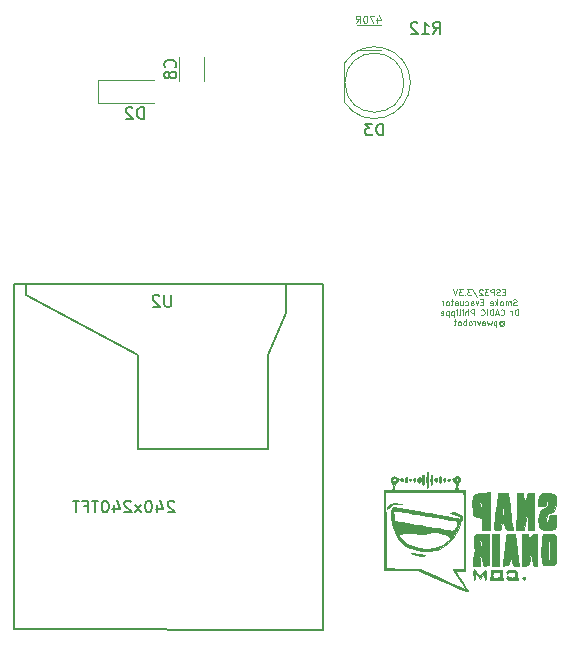
<source format=gbr>
G04 #@! TF.GenerationSoftware,KiCad,Pcbnew,(5.1.2)-1*
G04 #@! TF.CreationDate,2019-08-14T03:07:58+02:00*
G04 #@! TF.ProjectId,SmokESP8266,536d6f6b-4553-4503-9832-36362e6b6963,rev?*
G04 #@! TF.SameCoordinates,Original*
G04 #@! TF.FileFunction,Legend,Bot*
G04 #@! TF.FilePolarity,Positive*
%FSLAX46Y46*%
G04 Gerber Fmt 4.6, Leading zero omitted, Abs format (unit mm)*
G04 Created by KiCad (PCBNEW (5.1.2)-1) date 2019-08-14 03:07:58*
%MOMM*%
%LPD*%
G04 APERTURE LIST*
%ADD10C,0.100000*%
%ADD11C,0.010000*%
%ADD12C,0.120000*%
%ADD13C,0.150000*%
G04 APERTURE END LIST*
D10*
X126602857Y-94701285D02*
X126436190Y-94701285D01*
X126364761Y-94963190D02*
X126602857Y-94963190D01*
X126602857Y-94463190D01*
X126364761Y-94463190D01*
X126174285Y-94939380D02*
X126102857Y-94963190D01*
X125983809Y-94963190D01*
X125936190Y-94939380D01*
X125912380Y-94915571D01*
X125888571Y-94867952D01*
X125888571Y-94820333D01*
X125912380Y-94772714D01*
X125936190Y-94748904D01*
X125983809Y-94725095D01*
X126079047Y-94701285D01*
X126126666Y-94677476D01*
X126150476Y-94653666D01*
X126174285Y-94606047D01*
X126174285Y-94558428D01*
X126150476Y-94510809D01*
X126126666Y-94487000D01*
X126079047Y-94463190D01*
X125960000Y-94463190D01*
X125888571Y-94487000D01*
X125674285Y-94963190D02*
X125674285Y-94463190D01*
X125483809Y-94463190D01*
X125436190Y-94487000D01*
X125412380Y-94510809D01*
X125388571Y-94558428D01*
X125388571Y-94629857D01*
X125412380Y-94677476D01*
X125436190Y-94701285D01*
X125483809Y-94725095D01*
X125674285Y-94725095D01*
X125221904Y-94463190D02*
X124912380Y-94463190D01*
X125079047Y-94653666D01*
X125007619Y-94653666D01*
X124960000Y-94677476D01*
X124936190Y-94701285D01*
X124912380Y-94748904D01*
X124912380Y-94867952D01*
X124936190Y-94915571D01*
X124960000Y-94939380D01*
X125007619Y-94963190D01*
X125150476Y-94963190D01*
X125198095Y-94939380D01*
X125221904Y-94915571D01*
X124721904Y-94510809D02*
X124698095Y-94487000D01*
X124650476Y-94463190D01*
X124531428Y-94463190D01*
X124483809Y-94487000D01*
X124460000Y-94510809D01*
X124436190Y-94558428D01*
X124436190Y-94606047D01*
X124460000Y-94677476D01*
X124745714Y-94963190D01*
X124436190Y-94963190D01*
X123864761Y-94439380D02*
X124293333Y-95082238D01*
X123745714Y-94463190D02*
X123436190Y-94463190D01*
X123602857Y-94653666D01*
X123531428Y-94653666D01*
X123483809Y-94677476D01*
X123460000Y-94701285D01*
X123436190Y-94748904D01*
X123436190Y-94867952D01*
X123460000Y-94915571D01*
X123483809Y-94939380D01*
X123531428Y-94963190D01*
X123674285Y-94963190D01*
X123721904Y-94939380D01*
X123745714Y-94915571D01*
X123221904Y-94915571D02*
X123198095Y-94939380D01*
X123221904Y-94963190D01*
X123245714Y-94939380D01*
X123221904Y-94915571D01*
X123221904Y-94963190D01*
X123031428Y-94463190D02*
X122721904Y-94463190D01*
X122888571Y-94653666D01*
X122817142Y-94653666D01*
X122769523Y-94677476D01*
X122745714Y-94701285D01*
X122721904Y-94748904D01*
X122721904Y-94867952D01*
X122745714Y-94915571D01*
X122769523Y-94939380D01*
X122817142Y-94963190D01*
X122960000Y-94963190D01*
X123007619Y-94939380D01*
X123031428Y-94915571D01*
X122579047Y-94463190D02*
X122412380Y-94963190D01*
X122245714Y-94463190D01*
X127602857Y-95789380D02*
X127531428Y-95813190D01*
X127412380Y-95813190D01*
X127364761Y-95789380D01*
X127340952Y-95765571D01*
X127317142Y-95717952D01*
X127317142Y-95670333D01*
X127340952Y-95622714D01*
X127364761Y-95598904D01*
X127412380Y-95575095D01*
X127507619Y-95551285D01*
X127555238Y-95527476D01*
X127579047Y-95503666D01*
X127602857Y-95456047D01*
X127602857Y-95408428D01*
X127579047Y-95360809D01*
X127555238Y-95337000D01*
X127507619Y-95313190D01*
X127388571Y-95313190D01*
X127317142Y-95337000D01*
X127102857Y-95813190D02*
X127102857Y-95479857D01*
X127102857Y-95527476D02*
X127079047Y-95503666D01*
X127031428Y-95479857D01*
X126960000Y-95479857D01*
X126912380Y-95503666D01*
X126888571Y-95551285D01*
X126888571Y-95813190D01*
X126888571Y-95551285D02*
X126864761Y-95503666D01*
X126817142Y-95479857D01*
X126745714Y-95479857D01*
X126698095Y-95503666D01*
X126674285Y-95551285D01*
X126674285Y-95813190D01*
X126364761Y-95813190D02*
X126412380Y-95789380D01*
X126436190Y-95765571D01*
X126460000Y-95717952D01*
X126460000Y-95575095D01*
X126436190Y-95527476D01*
X126412380Y-95503666D01*
X126364761Y-95479857D01*
X126293333Y-95479857D01*
X126245714Y-95503666D01*
X126221904Y-95527476D01*
X126198095Y-95575095D01*
X126198095Y-95717952D01*
X126221904Y-95765571D01*
X126245714Y-95789380D01*
X126293333Y-95813190D01*
X126364761Y-95813190D01*
X125983809Y-95813190D02*
X125983809Y-95313190D01*
X125936190Y-95622714D02*
X125793333Y-95813190D01*
X125793333Y-95479857D02*
X125983809Y-95670333D01*
X125388571Y-95789380D02*
X125436190Y-95813190D01*
X125531428Y-95813190D01*
X125579047Y-95789380D01*
X125602857Y-95741761D01*
X125602857Y-95551285D01*
X125579047Y-95503666D01*
X125531428Y-95479857D01*
X125436190Y-95479857D01*
X125388571Y-95503666D01*
X125364761Y-95551285D01*
X125364761Y-95598904D01*
X125602857Y-95646523D01*
X124769523Y-95551285D02*
X124602857Y-95551285D01*
X124531428Y-95813190D02*
X124769523Y-95813190D01*
X124769523Y-95313190D01*
X124531428Y-95313190D01*
X124364761Y-95479857D02*
X124245714Y-95813190D01*
X124126666Y-95479857D01*
X123721904Y-95813190D02*
X123721904Y-95551285D01*
X123745714Y-95503666D01*
X123793333Y-95479857D01*
X123888571Y-95479857D01*
X123936190Y-95503666D01*
X123721904Y-95789380D02*
X123769523Y-95813190D01*
X123888571Y-95813190D01*
X123936190Y-95789380D01*
X123960000Y-95741761D01*
X123960000Y-95694142D01*
X123936190Y-95646523D01*
X123888571Y-95622714D01*
X123769523Y-95622714D01*
X123721904Y-95598904D01*
X123269523Y-95789380D02*
X123317142Y-95813190D01*
X123412380Y-95813190D01*
X123460000Y-95789380D01*
X123483809Y-95765571D01*
X123507619Y-95717952D01*
X123507619Y-95575095D01*
X123483809Y-95527476D01*
X123460000Y-95503666D01*
X123412380Y-95479857D01*
X123317142Y-95479857D01*
X123269523Y-95503666D01*
X122840952Y-95479857D02*
X122840952Y-95813190D01*
X123055238Y-95479857D02*
X123055238Y-95741761D01*
X123031428Y-95789380D01*
X122983809Y-95813190D01*
X122912380Y-95813190D01*
X122864761Y-95789380D01*
X122840952Y-95765571D01*
X122388571Y-95813190D02*
X122388571Y-95551285D01*
X122412380Y-95503666D01*
X122460000Y-95479857D01*
X122555238Y-95479857D01*
X122602857Y-95503666D01*
X122388571Y-95789380D02*
X122436190Y-95813190D01*
X122555238Y-95813190D01*
X122602857Y-95789380D01*
X122626666Y-95741761D01*
X122626666Y-95694142D01*
X122602857Y-95646523D01*
X122555238Y-95622714D01*
X122436190Y-95622714D01*
X122388571Y-95598904D01*
X122221904Y-95479857D02*
X122031428Y-95479857D01*
X122150476Y-95313190D02*
X122150476Y-95741761D01*
X122126666Y-95789380D01*
X122079047Y-95813190D01*
X122031428Y-95813190D01*
X121793333Y-95813190D02*
X121840952Y-95789380D01*
X121864761Y-95765571D01*
X121888571Y-95717952D01*
X121888571Y-95575095D01*
X121864761Y-95527476D01*
X121840952Y-95503666D01*
X121793333Y-95479857D01*
X121721904Y-95479857D01*
X121674285Y-95503666D01*
X121650476Y-95527476D01*
X121626666Y-95575095D01*
X121626666Y-95717952D01*
X121650476Y-95765571D01*
X121674285Y-95789380D01*
X121721904Y-95813190D01*
X121793333Y-95813190D01*
X121412380Y-95813190D02*
X121412380Y-95479857D01*
X121412380Y-95575095D02*
X121388571Y-95527476D01*
X121364761Y-95503666D01*
X121317142Y-95479857D01*
X121269523Y-95479857D01*
X127721904Y-96663190D02*
X127721904Y-96163190D01*
X127602857Y-96163190D01*
X127531428Y-96187000D01*
X127483809Y-96234619D01*
X127460000Y-96282238D01*
X127436190Y-96377476D01*
X127436190Y-96448904D01*
X127460000Y-96544142D01*
X127483809Y-96591761D01*
X127531428Y-96639380D01*
X127602857Y-96663190D01*
X127721904Y-96663190D01*
X127221904Y-96663190D02*
X127221904Y-96329857D01*
X127221904Y-96425095D02*
X127198095Y-96377476D01*
X127174285Y-96353666D01*
X127126666Y-96329857D01*
X127079047Y-96329857D01*
X126245714Y-96615571D02*
X126269523Y-96639380D01*
X126340952Y-96663190D01*
X126388571Y-96663190D01*
X126460000Y-96639380D01*
X126507619Y-96591761D01*
X126531428Y-96544142D01*
X126555238Y-96448904D01*
X126555238Y-96377476D01*
X126531428Y-96282238D01*
X126507619Y-96234619D01*
X126460000Y-96187000D01*
X126388571Y-96163190D01*
X126340952Y-96163190D01*
X126269523Y-96187000D01*
X126245714Y-96210809D01*
X126055238Y-96520333D02*
X125817142Y-96520333D01*
X126102857Y-96663190D02*
X125936190Y-96163190D01*
X125769523Y-96663190D01*
X125602857Y-96663190D02*
X125602857Y-96163190D01*
X125483809Y-96163190D01*
X125412380Y-96187000D01*
X125364761Y-96234619D01*
X125340952Y-96282238D01*
X125317142Y-96377476D01*
X125317142Y-96448904D01*
X125340952Y-96544142D01*
X125364761Y-96591761D01*
X125412380Y-96639380D01*
X125483809Y-96663190D01*
X125602857Y-96663190D01*
X125102857Y-96663190D02*
X125102857Y-96163190D01*
X124579047Y-96615571D02*
X124602857Y-96639380D01*
X124674285Y-96663190D01*
X124721904Y-96663190D01*
X124793333Y-96639380D01*
X124840952Y-96591761D01*
X124864761Y-96544142D01*
X124888571Y-96448904D01*
X124888571Y-96377476D01*
X124864761Y-96282238D01*
X124840952Y-96234619D01*
X124793333Y-96187000D01*
X124721904Y-96163190D01*
X124674285Y-96163190D01*
X124602857Y-96187000D01*
X124579047Y-96210809D01*
X123983809Y-96663190D02*
X123983809Y-96163190D01*
X123793333Y-96163190D01*
X123745714Y-96187000D01*
X123721904Y-96210809D01*
X123698095Y-96258428D01*
X123698095Y-96329857D01*
X123721904Y-96377476D01*
X123745714Y-96401285D01*
X123793333Y-96425095D01*
X123983809Y-96425095D01*
X123483809Y-96663190D02*
X123483809Y-96163190D01*
X123269523Y-96663190D02*
X123269523Y-96401285D01*
X123293333Y-96353666D01*
X123340952Y-96329857D01*
X123412380Y-96329857D01*
X123460000Y-96353666D01*
X123483809Y-96377476D01*
X123031428Y-96663190D02*
X123031428Y-96329857D01*
X123031428Y-96163190D02*
X123055238Y-96187000D01*
X123031428Y-96210809D01*
X123007619Y-96187000D01*
X123031428Y-96163190D01*
X123031428Y-96210809D01*
X122721904Y-96663190D02*
X122769523Y-96639380D01*
X122793333Y-96591761D01*
X122793333Y-96163190D01*
X122531428Y-96663190D02*
X122531428Y-96329857D01*
X122531428Y-96163190D02*
X122555238Y-96187000D01*
X122531428Y-96210809D01*
X122507619Y-96187000D01*
X122531428Y-96163190D01*
X122531428Y-96210809D01*
X122293333Y-96329857D02*
X122293333Y-96829857D01*
X122293333Y-96353666D02*
X122245714Y-96329857D01*
X122150476Y-96329857D01*
X122102857Y-96353666D01*
X122079047Y-96377476D01*
X122055238Y-96425095D01*
X122055238Y-96567952D01*
X122079047Y-96615571D01*
X122102857Y-96639380D01*
X122150476Y-96663190D01*
X122245714Y-96663190D01*
X122293333Y-96639380D01*
X121840952Y-96329857D02*
X121840952Y-96829857D01*
X121840952Y-96353666D02*
X121793333Y-96329857D01*
X121698095Y-96329857D01*
X121650476Y-96353666D01*
X121626666Y-96377476D01*
X121602857Y-96425095D01*
X121602857Y-96567952D01*
X121626666Y-96615571D01*
X121650476Y-96639380D01*
X121698095Y-96663190D01*
X121793333Y-96663190D01*
X121840952Y-96639380D01*
X121198095Y-96639380D02*
X121245714Y-96663190D01*
X121340952Y-96663190D01*
X121388571Y-96639380D01*
X121412380Y-96591761D01*
X121412380Y-96401285D01*
X121388571Y-96353666D01*
X121340952Y-96329857D01*
X121245714Y-96329857D01*
X121198095Y-96353666D01*
X121174285Y-96401285D01*
X121174285Y-96448904D01*
X121412380Y-96496523D01*
X126233809Y-97275095D02*
X126257619Y-97251285D01*
X126305238Y-97227476D01*
X126352857Y-97227476D01*
X126400476Y-97251285D01*
X126424285Y-97275095D01*
X126448095Y-97322714D01*
X126448095Y-97370333D01*
X126424285Y-97417952D01*
X126400476Y-97441761D01*
X126352857Y-97465571D01*
X126305238Y-97465571D01*
X126257619Y-97441761D01*
X126233809Y-97417952D01*
X126233809Y-97227476D02*
X126233809Y-97417952D01*
X126210000Y-97441761D01*
X126186190Y-97441761D01*
X126138571Y-97417952D01*
X126114761Y-97370333D01*
X126114761Y-97251285D01*
X126162380Y-97179857D01*
X126233809Y-97132238D01*
X126329047Y-97108428D01*
X126424285Y-97132238D01*
X126495714Y-97179857D01*
X126543333Y-97251285D01*
X126567142Y-97346523D01*
X126543333Y-97441761D01*
X126495714Y-97513190D01*
X126424285Y-97560809D01*
X126329047Y-97584619D01*
X126233809Y-97560809D01*
X126162380Y-97513190D01*
X125900476Y-97179857D02*
X125900476Y-97679857D01*
X125900476Y-97203666D02*
X125852857Y-97179857D01*
X125757619Y-97179857D01*
X125710000Y-97203666D01*
X125686190Y-97227476D01*
X125662380Y-97275095D01*
X125662380Y-97417952D01*
X125686190Y-97465571D01*
X125710000Y-97489380D01*
X125757619Y-97513190D01*
X125852857Y-97513190D01*
X125900476Y-97489380D01*
X125495714Y-97179857D02*
X125400476Y-97513190D01*
X125305238Y-97275095D01*
X125210000Y-97513190D01*
X125114761Y-97179857D01*
X124710000Y-97513190D02*
X124710000Y-97251285D01*
X124733809Y-97203666D01*
X124781428Y-97179857D01*
X124876666Y-97179857D01*
X124924285Y-97203666D01*
X124710000Y-97489380D02*
X124757619Y-97513190D01*
X124876666Y-97513190D01*
X124924285Y-97489380D01*
X124948095Y-97441761D01*
X124948095Y-97394142D01*
X124924285Y-97346523D01*
X124876666Y-97322714D01*
X124757619Y-97322714D01*
X124710000Y-97298904D01*
X124519523Y-97179857D02*
X124400476Y-97513190D01*
X124281428Y-97179857D01*
X124090952Y-97513190D02*
X124090952Y-97179857D01*
X124090952Y-97275095D02*
X124067142Y-97227476D01*
X124043333Y-97203666D01*
X123995714Y-97179857D01*
X123948095Y-97179857D01*
X123710000Y-97513190D02*
X123757619Y-97489380D01*
X123781428Y-97465571D01*
X123805238Y-97417952D01*
X123805238Y-97275095D01*
X123781428Y-97227476D01*
X123757619Y-97203666D01*
X123710000Y-97179857D01*
X123638571Y-97179857D01*
X123590952Y-97203666D01*
X123567142Y-97227476D01*
X123543333Y-97275095D01*
X123543333Y-97417952D01*
X123567142Y-97465571D01*
X123590952Y-97489380D01*
X123638571Y-97513190D01*
X123710000Y-97513190D01*
X123329047Y-97513190D02*
X123329047Y-97013190D01*
X123329047Y-97203666D02*
X123281428Y-97179857D01*
X123186190Y-97179857D01*
X123138571Y-97203666D01*
X123114761Y-97227476D01*
X123090952Y-97275095D01*
X123090952Y-97417952D01*
X123114761Y-97465571D01*
X123138571Y-97489380D01*
X123186190Y-97513190D01*
X123281428Y-97513190D01*
X123329047Y-97489380D01*
X122805238Y-97513190D02*
X122852857Y-97489380D01*
X122876666Y-97465571D01*
X122900476Y-97417952D01*
X122900476Y-97275095D01*
X122876666Y-97227476D01*
X122852857Y-97203666D01*
X122805238Y-97179857D01*
X122733809Y-97179857D01*
X122686190Y-97203666D01*
X122662380Y-97227476D01*
X122638571Y-97275095D01*
X122638571Y-97417952D01*
X122662380Y-97465571D01*
X122686190Y-97489380D01*
X122733809Y-97513190D01*
X122805238Y-97513190D01*
X122495714Y-97179857D02*
X122305238Y-97179857D01*
X122424285Y-97013190D02*
X122424285Y-97441761D01*
X122400476Y-97489380D01*
X122352857Y-97513190D01*
X122305238Y-97513190D01*
D11*
G36*
X116955157Y-112604410D02*
G01*
X116727041Y-112795781D01*
X116606589Y-112984386D01*
X116600145Y-113056375D01*
X116693745Y-113006018D01*
X116854854Y-112848202D01*
X117002633Y-112703409D01*
X117143462Y-112636802D01*
X117343423Y-112628513D01*
X117532188Y-112644562D01*
X117776591Y-112667004D01*
X117866241Y-112666288D01*
X117814572Y-112638928D01*
X117699012Y-112601276D01*
X117287252Y-112532435D01*
X116955157Y-112604410D01*
X116955157Y-112604410D01*
G37*
X116955157Y-112604410D02*
X116727041Y-112795781D01*
X116606589Y-112984386D01*
X116600145Y-113056375D01*
X116693745Y-113006018D01*
X116854854Y-112848202D01*
X117002633Y-112703409D01*
X117143462Y-112636802D01*
X117343423Y-112628513D01*
X117532188Y-112644562D01*
X117776591Y-112667004D01*
X117866241Y-112666288D01*
X117814572Y-112638928D01*
X117699012Y-112601276D01*
X117287252Y-112532435D01*
X116955157Y-112604410D01*
G36*
X122012455Y-113374185D02*
G01*
X122004666Y-113387596D01*
X122076577Y-113439419D01*
X122195166Y-113454581D01*
X122515835Y-113527298D01*
X122790283Y-113713420D01*
X122911916Y-113878335D01*
X122988045Y-114018958D01*
X123015349Y-114013054D01*
X123019418Y-113901131D01*
X122942985Y-113667812D01*
X122735371Y-113479933D01*
X122434025Y-113367512D01*
X122336182Y-113353473D01*
X122127453Y-113348330D01*
X122012455Y-113374185D01*
X122012455Y-113374185D01*
G37*
X122012455Y-113374185D02*
X122004666Y-113387596D01*
X122076577Y-113439419D01*
X122195166Y-113454581D01*
X122515835Y-113527298D01*
X122790283Y-113713420D01*
X122911916Y-113878335D01*
X122988045Y-114018958D01*
X123015349Y-114013054D01*
X123019418Y-113901131D01*
X122942985Y-113667812D01*
X122735371Y-113479933D01*
X122434025Y-113367512D01*
X122336182Y-113353473D01*
X122127453Y-113348330D01*
X122012455Y-113374185D01*
G36*
X117150622Y-112909506D02*
G01*
X117059474Y-113054976D01*
X116998946Y-113304966D01*
X116981442Y-113625778D01*
X117064977Y-114330436D01*
X117273183Y-114986201D01*
X117591939Y-115558101D01*
X117909903Y-115925046D01*
X118360973Y-116245506D01*
X118915278Y-116479056D01*
X119525910Y-116617084D01*
X120145957Y-116650975D01*
X120728511Y-116572116D01*
X120985745Y-116489831D01*
X121461513Y-116223477D01*
X121914066Y-115829245D01*
X122196187Y-115486989D01*
X122004666Y-115486989D01*
X121941386Y-115588146D01*
X121779758Y-115747806D01*
X121562102Y-115930204D01*
X121330740Y-116099573D01*
X121150388Y-116208936D01*
X120622809Y-116393014D01*
X120017252Y-116452506D01*
X119370703Y-116387154D01*
X118795220Y-116225432D01*
X118526062Y-116096317D01*
X118248610Y-115915850D01*
X117993181Y-115711140D01*
X117790090Y-115509296D01*
X117669657Y-115337429D01*
X117662197Y-115222649D01*
X117667293Y-115216840D01*
X117820044Y-115149700D01*
X118091275Y-115103857D01*
X118431160Y-115081972D01*
X118789874Y-115086701D01*
X119117594Y-115120703D01*
X119194738Y-115135341D01*
X119522550Y-115183973D01*
X119824233Y-115167184D01*
X120118186Y-115103067D01*
X120463227Y-115037578D01*
X120779537Y-115018754D01*
X120901736Y-115029673D01*
X121148308Y-115090812D01*
X121428215Y-115185353D01*
X121694816Y-115293958D01*
X121901473Y-115397289D01*
X122001546Y-115476008D01*
X122004666Y-115486989D01*
X122196187Y-115486989D01*
X122310500Y-115348311D01*
X122617911Y-114821853D01*
X122803395Y-114291049D01*
X122815659Y-114226789D01*
X122592328Y-114226789D01*
X122539601Y-114481946D01*
X122495658Y-114611489D01*
X122423107Y-114770031D01*
X122323021Y-114859865D01*
X122159796Y-114888462D01*
X121897826Y-114863294D01*
X121571723Y-114805362D01*
X121247338Y-114746867D01*
X120938174Y-114696837D01*
X120816853Y-114679714D01*
X120556477Y-114639827D01*
X120227758Y-114581158D01*
X120054853Y-114547368D01*
X119730529Y-114486308D01*
X119422281Y-114435876D01*
X119295333Y-114418685D01*
X119023553Y-114377718D01*
X118787333Y-114328114D01*
X118610864Y-114288823D01*
X118528254Y-114280749D01*
X118427599Y-114271765D01*
X118204930Y-114240216D01*
X117905066Y-114192537D01*
X117850921Y-114183506D01*
X117221000Y-114077736D01*
X117195409Y-113638535D01*
X117169817Y-113199333D01*
X117456464Y-113199333D01*
X117667059Y-113214457D01*
X117794307Y-113251270D01*
X117799077Y-113255300D01*
X117917619Y-113302153D01*
X118088355Y-113327552D01*
X118290537Y-113350213D01*
X118592468Y-113393652D01*
X118914333Y-113446037D01*
X119250179Y-113503269D01*
X119551167Y-113553390D01*
X119744214Y-113584308D01*
X119956546Y-113618431D01*
X120259912Y-113669308D01*
X120506214Y-113711647D01*
X120842261Y-113768458D01*
X121158504Y-113819247D01*
X121327333Y-113844521D01*
X121565630Y-113886553D01*
X121742697Y-113932239D01*
X121750666Y-113935193D01*
X121847203Y-113966362D01*
X121975581Y-113989379D01*
X122186796Y-114011639D01*
X122406833Y-114030370D01*
X122549207Y-114083687D01*
X122592328Y-114226789D01*
X122815659Y-114226789D01*
X122822427Y-114191328D01*
X122841771Y-114104568D01*
X122858028Y-114034553D01*
X122855564Y-113976874D01*
X122818748Y-113927122D01*
X122731945Y-113880887D01*
X122579523Y-113833760D01*
X122345848Y-113781333D01*
X122015287Y-113719194D01*
X121572208Y-113642935D01*
X121000976Y-113548148D01*
X120285960Y-113430421D01*
X119896200Y-113365980D01*
X119255923Y-113258970D01*
X118669740Y-113159314D01*
X118158459Y-113070684D01*
X117742889Y-112996751D01*
X117443840Y-112941185D01*
X117282120Y-112907657D01*
X117259960Y-112900915D01*
X117150622Y-112909506D01*
X117150622Y-112909506D01*
G37*
X117150622Y-112909506D02*
X117059474Y-113054976D01*
X116998946Y-113304966D01*
X116981442Y-113625778D01*
X117064977Y-114330436D01*
X117273183Y-114986201D01*
X117591939Y-115558101D01*
X117909903Y-115925046D01*
X118360973Y-116245506D01*
X118915278Y-116479056D01*
X119525910Y-116617084D01*
X120145957Y-116650975D01*
X120728511Y-116572116D01*
X120985745Y-116489831D01*
X121461513Y-116223477D01*
X121914066Y-115829245D01*
X122196187Y-115486989D01*
X122004666Y-115486989D01*
X121941386Y-115588146D01*
X121779758Y-115747806D01*
X121562102Y-115930204D01*
X121330740Y-116099573D01*
X121150388Y-116208936D01*
X120622809Y-116393014D01*
X120017252Y-116452506D01*
X119370703Y-116387154D01*
X118795220Y-116225432D01*
X118526062Y-116096317D01*
X118248610Y-115915850D01*
X117993181Y-115711140D01*
X117790090Y-115509296D01*
X117669657Y-115337429D01*
X117662197Y-115222649D01*
X117667293Y-115216840D01*
X117820044Y-115149700D01*
X118091275Y-115103857D01*
X118431160Y-115081972D01*
X118789874Y-115086701D01*
X119117594Y-115120703D01*
X119194738Y-115135341D01*
X119522550Y-115183973D01*
X119824233Y-115167184D01*
X120118186Y-115103067D01*
X120463227Y-115037578D01*
X120779537Y-115018754D01*
X120901736Y-115029673D01*
X121148308Y-115090812D01*
X121428215Y-115185353D01*
X121694816Y-115293958D01*
X121901473Y-115397289D01*
X122001546Y-115476008D01*
X122004666Y-115486989D01*
X122196187Y-115486989D01*
X122310500Y-115348311D01*
X122617911Y-114821853D01*
X122803395Y-114291049D01*
X122815659Y-114226789D01*
X122592328Y-114226789D01*
X122539601Y-114481946D01*
X122495658Y-114611489D01*
X122423107Y-114770031D01*
X122323021Y-114859865D01*
X122159796Y-114888462D01*
X121897826Y-114863294D01*
X121571723Y-114805362D01*
X121247338Y-114746867D01*
X120938174Y-114696837D01*
X120816853Y-114679714D01*
X120556477Y-114639827D01*
X120227758Y-114581158D01*
X120054853Y-114547368D01*
X119730529Y-114486308D01*
X119422281Y-114435876D01*
X119295333Y-114418685D01*
X119023553Y-114377718D01*
X118787333Y-114328114D01*
X118610864Y-114288823D01*
X118528254Y-114280749D01*
X118427599Y-114271765D01*
X118204930Y-114240216D01*
X117905066Y-114192537D01*
X117850921Y-114183506D01*
X117221000Y-114077736D01*
X117195409Y-113638535D01*
X117169817Y-113199333D01*
X117456464Y-113199333D01*
X117667059Y-113214457D01*
X117794307Y-113251270D01*
X117799077Y-113255300D01*
X117917619Y-113302153D01*
X118088355Y-113327552D01*
X118290537Y-113350213D01*
X118592468Y-113393652D01*
X118914333Y-113446037D01*
X119250179Y-113503269D01*
X119551167Y-113553390D01*
X119744214Y-113584308D01*
X119956546Y-113618431D01*
X120259912Y-113669308D01*
X120506214Y-113711647D01*
X120842261Y-113768458D01*
X121158504Y-113819247D01*
X121327333Y-113844521D01*
X121565630Y-113886553D01*
X121742697Y-113932239D01*
X121750666Y-113935193D01*
X121847203Y-113966362D01*
X121975581Y-113989379D01*
X122186796Y-114011639D01*
X122406833Y-114030370D01*
X122549207Y-114083687D01*
X122592328Y-114226789D01*
X122815659Y-114226789D01*
X122822427Y-114191328D01*
X122841771Y-114104568D01*
X122858028Y-114034553D01*
X122855564Y-113976874D01*
X122818748Y-113927122D01*
X122731945Y-113880887D01*
X122579523Y-113833760D01*
X122345848Y-113781333D01*
X122015287Y-113719194D01*
X121572208Y-113642935D01*
X121000976Y-113548148D01*
X120285960Y-113430421D01*
X119896200Y-113365980D01*
X119255923Y-113258970D01*
X118669740Y-113159314D01*
X118158459Y-113070684D01*
X117742889Y-112996751D01*
X117443840Y-112941185D01*
X117282120Y-112907657D01*
X117259960Y-112900915D01*
X117150622Y-112909506D01*
G36*
X118872000Y-116865539D02*
G01*
X119191070Y-116994432D01*
X119519279Y-117044933D01*
X119760615Y-117012731D01*
X119819550Y-116970766D01*
X119734265Y-116934962D01*
X119506615Y-116901378D01*
X119210901Y-116861417D01*
X118952597Y-116816883D01*
X118872000Y-116799075D01*
X118660333Y-116745599D01*
X118872000Y-116865539D01*
X118872000Y-116865539D01*
G37*
X118872000Y-116865539D02*
X119191070Y-116994432D01*
X119519279Y-117044933D01*
X119760615Y-117012731D01*
X119819550Y-116970766D01*
X119734265Y-116934962D01*
X119506615Y-116901378D01*
X119210901Y-116861417D01*
X118952597Y-116816883D01*
X118872000Y-116799075D01*
X118660333Y-116745599D01*
X118872000Y-116865539D01*
G36*
X118535793Y-110554429D02*
G01*
X118533333Y-110574667D01*
X118597762Y-110656873D01*
X118618000Y-110659333D01*
X118700206Y-110594904D01*
X118702666Y-110574667D01*
X118638237Y-110492460D01*
X118618000Y-110490000D01*
X118535793Y-110554429D01*
X118535793Y-110554429D01*
G37*
X118535793Y-110554429D02*
X118533333Y-110574667D01*
X118597762Y-110656873D01*
X118618000Y-110659333D01*
X118700206Y-110594904D01*
X118702666Y-110574667D01*
X118638237Y-110492460D01*
X118618000Y-110490000D01*
X118535793Y-110554429D01*
G36*
X121764995Y-110535717D02*
G01*
X121750666Y-110574667D01*
X121819243Y-110649781D01*
X121877666Y-110659333D01*
X121990338Y-110613616D01*
X122004666Y-110574667D01*
X121936090Y-110499552D01*
X121877666Y-110490000D01*
X121764995Y-110535717D01*
X121764995Y-110535717D01*
G37*
X121764995Y-110535717D02*
X121750666Y-110574667D01*
X121819243Y-110649781D01*
X121877666Y-110659333D01*
X121990338Y-110613616D01*
X122004666Y-110574667D01*
X121936090Y-110499552D01*
X121877666Y-110490000D01*
X121764995Y-110535717D01*
G36*
X117786257Y-110476291D02*
G01*
X117771333Y-110574667D01*
X117816010Y-110718737D01*
X117915419Y-110730070D01*
X117983000Y-110659333D01*
X117993410Y-110519229D01*
X117900718Y-110415533D01*
X117851003Y-110405333D01*
X117786257Y-110476291D01*
X117786257Y-110476291D01*
G37*
X117786257Y-110476291D02*
X117771333Y-110574667D01*
X117816010Y-110718737D01*
X117915419Y-110730070D01*
X117983000Y-110659333D01*
X117993410Y-110519229D01*
X117900718Y-110415533D01*
X117851003Y-110405333D01*
X117786257Y-110476291D01*
G36*
X118887876Y-110476246D02*
G01*
X118872000Y-110574667D01*
X118907456Y-110712247D01*
X118956666Y-110744000D01*
X119025457Y-110673087D01*
X119041333Y-110574667D01*
X119005877Y-110437086D01*
X118956666Y-110405333D01*
X118887876Y-110476246D01*
X118887876Y-110476246D01*
G37*
X118887876Y-110476246D02*
X118872000Y-110574667D01*
X118907456Y-110712247D01*
X118956666Y-110744000D01*
X119025457Y-110673087D01*
X119041333Y-110574667D01*
X119005877Y-110437086D01*
X118956666Y-110405333D01*
X118887876Y-110476246D01*
G36*
X120673572Y-110475919D02*
G01*
X120650000Y-110574667D01*
X120702939Y-110712571D01*
X120777000Y-110744000D01*
X120880428Y-110673414D01*
X120904000Y-110574667D01*
X120851060Y-110436762D01*
X120777000Y-110405333D01*
X120673572Y-110475919D01*
X120673572Y-110475919D01*
G37*
X120673572Y-110475919D02*
X120650000Y-110574667D01*
X120702939Y-110712571D01*
X120777000Y-110744000D01*
X120880428Y-110673414D01*
X120904000Y-110574667D01*
X120851060Y-110436762D01*
X120777000Y-110405333D01*
X120673572Y-110475919D01*
G36*
X121427876Y-110476246D02*
G01*
X121412000Y-110574667D01*
X121447456Y-110712247D01*
X121496666Y-110744000D01*
X121565457Y-110673087D01*
X121581333Y-110574667D01*
X121545877Y-110437086D01*
X121496666Y-110405333D01*
X121427876Y-110476246D01*
X121427876Y-110476246D01*
G37*
X121427876Y-110476246D02*
X121412000Y-110574667D01*
X121447456Y-110712247D01*
X121496666Y-110744000D01*
X121565457Y-110673087D01*
X121581333Y-110574667D01*
X121545877Y-110437086D01*
X121496666Y-110405333D01*
X121427876Y-110476246D01*
G36*
X118175523Y-110443884D02*
G01*
X118152333Y-110574667D01*
X118192245Y-110742239D01*
X118258166Y-110807500D01*
X118338455Y-110763442D01*
X118364000Y-110574667D01*
X118336044Y-110380588D01*
X118258166Y-110341833D01*
X118175523Y-110443884D01*
X118175523Y-110443884D01*
G37*
X118175523Y-110443884D02*
X118152333Y-110574667D01*
X118192245Y-110742239D01*
X118258166Y-110807500D01*
X118338455Y-110763442D01*
X118364000Y-110574667D01*
X118336044Y-110380588D01*
X118258166Y-110341833D01*
X118175523Y-110443884D01*
G36*
X119236840Y-110396395D02*
G01*
X119210666Y-110574667D01*
X119248531Y-110776319D01*
X119337666Y-110828667D01*
X119438493Y-110752938D01*
X119464666Y-110574667D01*
X119426802Y-110373014D01*
X119337666Y-110320667D01*
X119236840Y-110396395D01*
X119236840Y-110396395D01*
G37*
X119236840Y-110396395D02*
X119210666Y-110574667D01*
X119248531Y-110776319D01*
X119337666Y-110828667D01*
X119438493Y-110752938D01*
X119464666Y-110574667D01*
X119426802Y-110373014D01*
X119337666Y-110320667D01*
X119236840Y-110396395D01*
G36*
X121144835Y-110254499D02*
G01*
X121072630Y-110348166D01*
X121040964Y-110520354D01*
X121050831Y-110699990D01*
X121103219Y-110816001D01*
X121136833Y-110828673D01*
X121212535Y-110751242D01*
X121242568Y-110540971D01*
X121242666Y-110525278D01*
X121219002Y-110316145D01*
X121152442Y-110252544D01*
X121144835Y-110254499D01*
X121144835Y-110254499D01*
G37*
X121144835Y-110254499D02*
X121072630Y-110348166D01*
X121040964Y-110520354D01*
X121050831Y-110699990D01*
X121103219Y-110816001D01*
X121136833Y-110828673D01*
X121212535Y-110751242D01*
X121242568Y-110540971D01*
X121242666Y-110525278D01*
X121219002Y-110316145D01*
X121152442Y-110252544D01*
X121144835Y-110254499D01*
G36*
X119596468Y-110196653D02*
G01*
X119557460Y-110353560D01*
X119549333Y-110574667D01*
X119562929Y-110840885D01*
X119610001Y-110970911D01*
X119676333Y-110998000D01*
X119756199Y-110952680D01*
X119795206Y-110795773D01*
X119803333Y-110574667D01*
X119789737Y-110308448D01*
X119742665Y-110178422D01*
X119676333Y-110151333D01*
X119596468Y-110196653D01*
X119596468Y-110196653D01*
G37*
X119596468Y-110196653D02*
X119557460Y-110353560D01*
X119549333Y-110574667D01*
X119562929Y-110840885D01*
X119610001Y-110970911D01*
X119676333Y-110998000D01*
X119756199Y-110952680D01*
X119795206Y-110795773D01*
X119803333Y-110574667D01*
X119789737Y-110308448D01*
X119742665Y-110178422D01*
X119676333Y-110151333D01*
X119596468Y-110196653D01*
G36*
X120347702Y-110227480D02*
G01*
X120317047Y-110422175D01*
X120311333Y-110574667D01*
X120326563Y-110816154D01*
X120365502Y-110969431D01*
X120396000Y-110998000D01*
X120444297Y-110921853D01*
X120474953Y-110727158D01*
X120480666Y-110574667D01*
X120465437Y-110333179D01*
X120426498Y-110179902D01*
X120396000Y-110151333D01*
X120347702Y-110227480D01*
X120347702Y-110227480D01*
G37*
X120347702Y-110227480D02*
X120317047Y-110422175D01*
X120311333Y-110574667D01*
X120326563Y-110816154D01*
X120365502Y-110969431D01*
X120396000Y-110998000D01*
X120444297Y-110921853D01*
X120474953Y-110727158D01*
X120480666Y-110574667D01*
X120465437Y-110333179D01*
X120426498Y-110179902D01*
X120396000Y-110151333D01*
X120347702Y-110227480D01*
G36*
X120015404Y-109976549D02*
G01*
X119985940Y-110192819D01*
X119972949Y-110514074D01*
X119972666Y-110574667D01*
X119982569Y-110910099D01*
X120009602Y-111145813D01*
X120049759Y-111249742D01*
X120057333Y-111252000D01*
X120099262Y-111172784D01*
X120128727Y-110956514D01*
X120141718Y-110635259D01*
X120142000Y-110574667D01*
X120132098Y-110239234D01*
X120105064Y-110003520D01*
X120064907Y-109899591D01*
X120057333Y-109897333D01*
X120015404Y-109976549D01*
X120015404Y-109976549D01*
G37*
X120015404Y-109976549D02*
X119985940Y-110192819D01*
X119972949Y-110514074D01*
X119972666Y-110574667D01*
X119982569Y-110910099D01*
X120009602Y-111145813D01*
X120049759Y-111249742D01*
X120057333Y-111252000D01*
X120099262Y-111172784D01*
X120128727Y-110956514D01*
X120141718Y-110635259D01*
X120142000Y-110574667D01*
X120132098Y-110239234D01*
X120105064Y-110003520D01*
X120064907Y-109899591D01*
X120057333Y-109897333D01*
X120015404Y-109976549D01*
G36*
X124759400Y-111693620D02*
G01*
X124433598Y-111727338D01*
X124164345Y-111778374D01*
X124005280Y-111836274D01*
X123997400Y-111842121D01*
X123929715Y-111944318D01*
X123888840Y-112134468D01*
X123870019Y-112443749D01*
X123867333Y-112694775D01*
X123872774Y-113046308D01*
X123887288Y-113341796D01*
X123908162Y-113533621D01*
X123917166Y-113569345D01*
X124030694Y-113665484D01*
X124259457Y-113740617D01*
X124340499Y-113755217D01*
X124714000Y-113811227D01*
X124714000Y-114808000D01*
X125391333Y-114808000D01*
X125391333Y-112733667D01*
X124714000Y-112733667D01*
X124702037Y-113021249D01*
X124670348Y-113218143D01*
X124629333Y-113284000D01*
X124585090Y-113206242D01*
X124554798Y-113000260D01*
X124544666Y-112733667D01*
X124556629Y-112446084D01*
X124588319Y-112249190D01*
X124629333Y-112183333D01*
X124673577Y-112261091D01*
X124703868Y-112467073D01*
X124714000Y-112733667D01*
X125391333Y-112733667D01*
X125391333Y-111653065D01*
X124759400Y-111693620D01*
X124759400Y-111693620D01*
G37*
X124759400Y-111693620D02*
X124433598Y-111727338D01*
X124164345Y-111778374D01*
X124005280Y-111836274D01*
X123997400Y-111842121D01*
X123929715Y-111944318D01*
X123888840Y-112134468D01*
X123870019Y-112443749D01*
X123867333Y-112694775D01*
X123872774Y-113046308D01*
X123887288Y-113341796D01*
X123908162Y-113533621D01*
X123917166Y-113569345D01*
X124030694Y-113665484D01*
X124259457Y-113740617D01*
X124340499Y-113755217D01*
X124714000Y-113811227D01*
X124714000Y-114808000D01*
X125391333Y-114808000D01*
X125391333Y-112733667D01*
X124714000Y-112733667D01*
X124702037Y-113021249D01*
X124670348Y-113218143D01*
X124629333Y-113284000D01*
X124585090Y-113206242D01*
X124554798Y-113000260D01*
X124544666Y-112733667D01*
X124556629Y-112446084D01*
X124588319Y-112249190D01*
X124629333Y-112183333D01*
X124673577Y-112261091D01*
X124703868Y-112467073D01*
X124714000Y-112733667D01*
X125391333Y-112733667D01*
X125391333Y-111653065D01*
X124759400Y-111693620D01*
G36*
X126091616Y-111687213D02*
G01*
X126068666Y-111695533D01*
X126057779Y-111792821D01*
X126028222Y-112023517D01*
X125984655Y-112353310D01*
X125931736Y-112747890D01*
X125874124Y-113172946D01*
X125816477Y-113594168D01*
X125763455Y-113977244D01*
X125719715Y-114287864D01*
X125689917Y-114491717D01*
X125683421Y-114532833D01*
X125663131Y-114708216D01*
X125709046Y-114786702D01*
X125863194Y-114807262D01*
X125980163Y-114808000D01*
X126198602Y-114799317D01*
X126296296Y-114745263D01*
X126321801Y-114603826D01*
X126322666Y-114511667D01*
X126353951Y-114285544D01*
X126440608Y-114215333D01*
X126572547Y-114291794D01*
X126649495Y-114495896D01*
X126661333Y-114645591D01*
X126696534Y-114757277D01*
X126831052Y-114802762D01*
X126963759Y-114808000D01*
X127266184Y-114808000D01*
X127205700Y-114321167D01*
X127170477Y-114040731D01*
X127120487Y-113646704D01*
X127115173Y-113605061D01*
X126563871Y-113605061D01*
X126520791Y-113694723D01*
X126470833Y-113707449D01*
X126410188Y-113652326D01*
X126389837Y-113471841D01*
X126400503Y-113220615D01*
X126436005Y-112733667D01*
X126501457Y-113072333D01*
X126556994Y-113406552D01*
X126563871Y-113605061D01*
X127115173Y-113605061D01*
X127062646Y-113193436D01*
X127009107Y-112776000D01*
X126873000Y-111717667D01*
X126470833Y-111691861D01*
X126236591Y-111682384D01*
X126091616Y-111687213D01*
X126091616Y-111687213D01*
G37*
X126091616Y-111687213D02*
X126068666Y-111695533D01*
X126057779Y-111792821D01*
X126028222Y-112023517D01*
X125984655Y-112353310D01*
X125931736Y-112747890D01*
X125874124Y-113172946D01*
X125816477Y-113594168D01*
X125763455Y-113977244D01*
X125719715Y-114287864D01*
X125689917Y-114491717D01*
X125683421Y-114532833D01*
X125663131Y-114708216D01*
X125709046Y-114786702D01*
X125863194Y-114807262D01*
X125980163Y-114808000D01*
X126198602Y-114799317D01*
X126296296Y-114745263D01*
X126321801Y-114603826D01*
X126322666Y-114511667D01*
X126353951Y-114285544D01*
X126440608Y-114215333D01*
X126572547Y-114291794D01*
X126649495Y-114495896D01*
X126661333Y-114645591D01*
X126696534Y-114757277D01*
X126831052Y-114802762D01*
X126963759Y-114808000D01*
X127266184Y-114808000D01*
X127205700Y-114321167D01*
X127170477Y-114040731D01*
X127120487Y-113646704D01*
X127115173Y-113605061D01*
X126563871Y-113605061D01*
X126520791Y-113694723D01*
X126470833Y-113707449D01*
X126410188Y-113652326D01*
X126389837Y-113471841D01*
X126400503Y-113220615D01*
X126436005Y-112733667D01*
X126501457Y-113072333D01*
X126556994Y-113406552D01*
X126563871Y-113605061D01*
X127115173Y-113605061D01*
X127062646Y-113193436D01*
X127009107Y-112776000D01*
X126873000Y-111717667D01*
X126470833Y-111691861D01*
X126236591Y-111682384D01*
X126091616Y-111687213D01*
G36*
X127910166Y-111691135D02*
G01*
X127635000Y-111717667D01*
X127611923Y-113262833D01*
X127588847Y-114808000D01*
X128246862Y-114808000D01*
X128355426Y-114278833D01*
X128441629Y-113896665D01*
X128509231Y-113682519D01*
X128558694Y-113636161D01*
X128590480Y-113757358D01*
X128605051Y-114045874D01*
X128606092Y-114151833D01*
X128608666Y-114808000D01*
X129116666Y-114808000D01*
X129116666Y-111675333D01*
X128826336Y-111675333D01*
X128662516Y-111683316D01*
X128565745Y-111733717D01*
X128504416Y-111866219D01*
X128446923Y-112120501D01*
X128438564Y-112162167D01*
X128349939Y-112589331D01*
X128285596Y-112853505D01*
X128241608Y-112958664D01*
X128214048Y-112908786D01*
X128198986Y-112707845D01*
X128192969Y-112410802D01*
X128185333Y-111664604D01*
X127910166Y-111691135D01*
X127910166Y-111691135D01*
G37*
X127910166Y-111691135D02*
X127635000Y-111717667D01*
X127611923Y-113262833D01*
X127588847Y-114808000D01*
X128246862Y-114808000D01*
X128355426Y-114278833D01*
X128441629Y-113896665D01*
X128509231Y-113682519D01*
X128558694Y-113636161D01*
X128590480Y-113757358D01*
X128605051Y-114045874D01*
X128606092Y-114151833D01*
X128608666Y-114808000D01*
X129116666Y-114808000D01*
X129116666Y-111675333D01*
X128826336Y-111675333D01*
X128662516Y-111683316D01*
X128565745Y-111733717D01*
X128504416Y-111866219D01*
X128446923Y-112120501D01*
X128438564Y-112162167D01*
X128349939Y-112589331D01*
X128285596Y-112853505D01*
X128241608Y-112958664D01*
X128214048Y-112908786D01*
X128198986Y-112707845D01*
X128192969Y-112410802D01*
X128185333Y-111664604D01*
X127910166Y-111691135D01*
G36*
X129836124Y-111745983D02*
G01*
X129610039Y-111847777D01*
X129492201Y-112048316D01*
X129455571Y-112372866D01*
X129455333Y-112411182D01*
X129455333Y-112776000D01*
X129794000Y-112776000D01*
X130010836Y-112767029D01*
X130107199Y-112711637D01*
X130131909Y-112567107D01*
X130132666Y-112479667D01*
X130153932Y-112283799D01*
X130206222Y-112185893D01*
X130217333Y-112183333D01*
X130273375Y-112257743D01*
X130301298Y-112440629D01*
X130302000Y-112478604D01*
X130279183Y-112680181D01*
X130183812Y-112826942D01*
X129975505Y-112979970D01*
X129966974Y-112985368D01*
X129700429Y-113181719D01*
X129544290Y-113388950D01*
X129471624Y-113660667D01*
X129455333Y-114003667D01*
X129468702Y-114377541D01*
X129528377Y-114613914D01*
X129663708Y-114743768D01*
X129904045Y-114798083D01*
X130217333Y-114808000D01*
X130539508Y-114800617D01*
X130734394Y-114771723D01*
X130843651Y-114711201D01*
X130891688Y-114644233D01*
X130940869Y-114469716D01*
X130972669Y-114198276D01*
X130979333Y-114004122D01*
X130979333Y-113527778D01*
X130661833Y-113554056D01*
X130461849Y-113581092D01*
X130365788Y-113651939D01*
X130328353Y-113817506D01*
X130318298Y-113940167D01*
X130277916Y-114196598D01*
X130219752Y-114290398D01*
X130164811Y-114223768D01*
X130134099Y-113998908D01*
X130132666Y-113920721D01*
X130144951Y-113678070D01*
X130210101Y-113534845D01*
X130370559Y-113421458D01*
X130468502Y-113370111D01*
X130733822Y-113204426D01*
X130890305Y-113010311D01*
X130963506Y-112739784D01*
X130979333Y-112410933D01*
X130956361Y-112082356D01*
X130867885Y-111875194D01*
X130684560Y-111763429D01*
X130377046Y-111721042D01*
X130197495Y-111717667D01*
X129836124Y-111745983D01*
X129836124Y-111745983D01*
G37*
X129836124Y-111745983D02*
X129610039Y-111847777D01*
X129492201Y-112048316D01*
X129455571Y-112372866D01*
X129455333Y-112411182D01*
X129455333Y-112776000D01*
X129794000Y-112776000D01*
X130010836Y-112767029D01*
X130107199Y-112711637D01*
X130131909Y-112567107D01*
X130132666Y-112479667D01*
X130153932Y-112283799D01*
X130206222Y-112185893D01*
X130217333Y-112183333D01*
X130273375Y-112257743D01*
X130301298Y-112440629D01*
X130302000Y-112478604D01*
X130279183Y-112680181D01*
X130183812Y-112826942D01*
X129975505Y-112979970D01*
X129966974Y-112985368D01*
X129700429Y-113181719D01*
X129544290Y-113388950D01*
X129471624Y-113660667D01*
X129455333Y-114003667D01*
X129468702Y-114377541D01*
X129528377Y-114613914D01*
X129663708Y-114743768D01*
X129904045Y-114798083D01*
X130217333Y-114808000D01*
X130539508Y-114800617D01*
X130734394Y-114771723D01*
X130843651Y-114711201D01*
X130891688Y-114644233D01*
X130940869Y-114469716D01*
X130972669Y-114198276D01*
X130979333Y-114004122D01*
X130979333Y-113527778D01*
X130661833Y-113554056D01*
X130461849Y-113581092D01*
X130365788Y-113651939D01*
X130328353Y-113817506D01*
X130318298Y-113940167D01*
X130277916Y-114196598D01*
X130219752Y-114290398D01*
X130164811Y-114223768D01*
X130134099Y-113998908D01*
X130132666Y-113920721D01*
X130144951Y-113678070D01*
X130210101Y-113534845D01*
X130370559Y-113421458D01*
X130468502Y-113370111D01*
X130733822Y-113204426D01*
X130890305Y-113010311D01*
X130963506Y-112739784D01*
X130979333Y-112410933D01*
X130956361Y-112082356D01*
X130867885Y-111875194D01*
X130684560Y-111763429D01*
X130377046Y-111721042D01*
X130197495Y-111717667D01*
X129836124Y-111745983D01*
G36*
X124402075Y-115161518D02*
G01*
X124158126Y-115201467D01*
X124053600Y-115248267D01*
X123992254Y-115396912D01*
X123960026Y-115648378D01*
X123956915Y-115938676D01*
X123982921Y-116203817D01*
X124038045Y-116379809D01*
X124053600Y-116399733D01*
X124111605Y-116514947D01*
X124053600Y-116602933D01*
X123998187Y-116742507D01*
X123962187Y-117004884D01*
X123952000Y-117280266D01*
X123952000Y-117856000D01*
X124544666Y-117856000D01*
X124544666Y-117305667D01*
X124556629Y-117018084D01*
X124588319Y-116821190D01*
X124629333Y-116755333D01*
X124673577Y-116833091D01*
X124703868Y-117039073D01*
X124714000Y-117305667D01*
X124716954Y-117601272D01*
X124736960Y-117765890D01*
X124790732Y-117837865D01*
X124894985Y-117855543D01*
X124953889Y-117856000D01*
X125147797Y-117837867D01*
X125250222Y-117799555D01*
X125269752Y-117699431D01*
X125286354Y-117460629D01*
X125298750Y-117113796D01*
X125305662Y-116689579D01*
X125306666Y-116444889D01*
X125306666Y-116027612D01*
X124712245Y-116027612D01*
X124689794Y-116205954D01*
X124657555Y-116275555D01*
X124591787Y-116322738D01*
X124557917Y-116274574D01*
X124545772Y-116101822D01*
X124544666Y-115951000D01*
X124561483Y-115723780D01*
X124604030Y-115587482D01*
X124629333Y-115570000D01*
X124679351Y-115643043D01*
X124707876Y-115817777D01*
X124712245Y-116027612D01*
X125306666Y-116027612D01*
X125306666Y-115146667D01*
X124730933Y-115146667D01*
X124402075Y-115161518D01*
X124402075Y-115161518D01*
G37*
X124402075Y-115161518D02*
X124158126Y-115201467D01*
X124053600Y-115248267D01*
X123992254Y-115396912D01*
X123960026Y-115648378D01*
X123956915Y-115938676D01*
X123982921Y-116203817D01*
X124038045Y-116379809D01*
X124053600Y-116399733D01*
X124111605Y-116514947D01*
X124053600Y-116602933D01*
X123998187Y-116742507D01*
X123962187Y-117004884D01*
X123952000Y-117280266D01*
X123952000Y-117856000D01*
X124544666Y-117856000D01*
X124544666Y-117305667D01*
X124556629Y-117018084D01*
X124588319Y-116821190D01*
X124629333Y-116755333D01*
X124673577Y-116833091D01*
X124703868Y-117039073D01*
X124714000Y-117305667D01*
X124716954Y-117601272D01*
X124736960Y-117765890D01*
X124790732Y-117837865D01*
X124894985Y-117855543D01*
X124953889Y-117856000D01*
X125147797Y-117837867D01*
X125250222Y-117799555D01*
X125269752Y-117699431D01*
X125286354Y-117460629D01*
X125298750Y-117113796D01*
X125305662Y-116689579D01*
X125306666Y-116444889D01*
X125306666Y-116027612D01*
X124712245Y-116027612D01*
X124689794Y-116205954D01*
X124657555Y-116275555D01*
X124591787Y-116322738D01*
X124557917Y-116274574D01*
X124545772Y-116101822D01*
X124544666Y-115951000D01*
X124561483Y-115723780D01*
X124604030Y-115587482D01*
X124629333Y-115570000D01*
X124679351Y-115643043D01*
X124707876Y-115817777D01*
X124712245Y-116027612D01*
X125306666Y-116027612D01*
X125306666Y-115146667D01*
X124730933Y-115146667D01*
X124402075Y-115161518D01*
G36*
X125560666Y-117856000D02*
G01*
X126153333Y-117856000D01*
X126153333Y-115146667D01*
X125560666Y-115146667D01*
X125560666Y-117856000D01*
X125560666Y-117856000D01*
G37*
X125560666Y-117856000D02*
X126153333Y-117856000D01*
X126153333Y-115146667D01*
X125560666Y-115146667D01*
X125560666Y-117856000D01*
G36*
X126850230Y-115170782D02*
G01*
X126747480Y-115242688D01*
X126746000Y-115256017D01*
X126735077Y-115393363D01*
X126705810Y-115657710D01*
X126663449Y-116008375D01*
X126613244Y-116404679D01*
X126560446Y-116805940D01*
X126510305Y-117171477D01*
X126468071Y-117460608D01*
X126439719Y-117629130D01*
X126419848Y-117789442D01*
X126479933Y-117847455D01*
X126662925Y-117841895D01*
X126674463Y-117840797D01*
X126871512Y-117801426D01*
X126957406Y-117697078D01*
X126984581Y-117533360D01*
X127035918Y-117336409D01*
X127116495Y-117291149D01*
X127195370Y-117390994D01*
X127238198Y-117587353D01*
X127276549Y-117773661D01*
X127379125Y-117845594D01*
X127538733Y-117856000D01*
X127812737Y-117856000D01*
X127646504Y-116501333D01*
X127638712Y-116437833D01*
X127162649Y-116437833D01*
X127153776Y-116672251D01*
X127123698Y-116817198D01*
X127101668Y-116840000D01*
X127065674Y-116765829D01*
X127060789Y-116581723D01*
X127065471Y-116522500D01*
X127099204Y-116245585D01*
X127128013Y-116131495D01*
X127149659Y-116182181D01*
X127161903Y-116399591D01*
X127162649Y-116437833D01*
X127638712Y-116437833D01*
X127480271Y-115146667D01*
X127113136Y-115146667D01*
X126850230Y-115170782D01*
X126850230Y-115170782D01*
G37*
X126850230Y-115170782D02*
X126747480Y-115242688D01*
X126746000Y-115256017D01*
X126735077Y-115393363D01*
X126705810Y-115657710D01*
X126663449Y-116008375D01*
X126613244Y-116404679D01*
X126560446Y-116805940D01*
X126510305Y-117171477D01*
X126468071Y-117460608D01*
X126439719Y-117629130D01*
X126419848Y-117789442D01*
X126479933Y-117847455D01*
X126662925Y-117841895D01*
X126674463Y-117840797D01*
X126871512Y-117801426D01*
X126957406Y-117697078D01*
X126984581Y-117533360D01*
X127035918Y-117336409D01*
X127116495Y-117291149D01*
X127195370Y-117390994D01*
X127238198Y-117587353D01*
X127276549Y-117773661D01*
X127379125Y-117845594D01*
X127538733Y-117856000D01*
X127812737Y-117856000D01*
X127646504Y-116501333D01*
X127638712Y-116437833D01*
X127162649Y-116437833D01*
X127153776Y-116672251D01*
X127123698Y-116817198D01*
X127101668Y-116840000D01*
X127065674Y-116765829D01*
X127060789Y-116581723D01*
X127065471Y-116522500D01*
X127099204Y-116245585D01*
X127128013Y-116131495D01*
X127149659Y-116182181D01*
X127161903Y-116399591D01*
X127162649Y-116437833D01*
X127638712Y-116437833D01*
X127480271Y-115146667D01*
X127113136Y-115146667D01*
X126850230Y-115170782D01*
G36*
X128981302Y-115158650D02*
G01*
X128894290Y-115221029D01*
X128833366Y-115373445D01*
X128774710Y-115633500D01*
X128703433Y-115972171D01*
X128658429Y-116148200D01*
X128633147Y-116165066D01*
X128621038Y-116026249D01*
X128615552Y-115735229D01*
X128615351Y-115718167D01*
X128608666Y-115146667D01*
X128100666Y-115146667D01*
X128100666Y-117856000D01*
X128345608Y-117856000D01*
X128501646Y-117840688D01*
X128601907Y-117771355D01*
X128668453Y-117612901D01*
X128723348Y-117330228D01*
X128738625Y-117230783D01*
X128797661Y-116938608D01*
X128856327Y-116812771D01*
X128906243Y-116850464D01*
X128939028Y-117048882D01*
X128947333Y-117300670D01*
X128950966Y-117598159D01*
X128971544Y-117764421D01*
X129023584Y-117837544D01*
X129121603Y-117855617D01*
X129159000Y-117856000D01*
X129370666Y-117856000D01*
X129370666Y-115146667D01*
X129122738Y-115146667D01*
X128981302Y-115158650D01*
X128981302Y-115158650D01*
G37*
X128981302Y-115158650D02*
X128894290Y-115221029D01*
X128833366Y-115373445D01*
X128774710Y-115633500D01*
X128703433Y-115972171D01*
X128658429Y-116148200D01*
X128633147Y-116165066D01*
X128621038Y-116026249D01*
X128615552Y-115735229D01*
X128615351Y-115718167D01*
X128608666Y-115146667D01*
X128100666Y-115146667D01*
X128100666Y-117856000D01*
X128345608Y-117856000D01*
X128501646Y-117840688D01*
X128601907Y-117771355D01*
X128668453Y-117612901D01*
X128723348Y-117330228D01*
X128738625Y-117230783D01*
X128797661Y-116938608D01*
X128856327Y-116812771D01*
X128906243Y-116850464D01*
X128939028Y-117048882D01*
X128947333Y-117300670D01*
X128950966Y-117598159D01*
X128971544Y-117764421D01*
X129023584Y-117837544D01*
X129121603Y-117855617D01*
X129159000Y-117856000D01*
X129370666Y-117856000D01*
X129370666Y-115146667D01*
X129122738Y-115146667D01*
X128981302Y-115158650D01*
G36*
X130075636Y-115165527D02*
G01*
X129871660Y-115213593D01*
X129810933Y-115248267D01*
X129763030Y-115377742D01*
X129730558Y-115658803D01*
X129713010Y-116097758D01*
X129709333Y-116515288D01*
X129711188Y-116983922D01*
X129719211Y-117311472D01*
X129737094Y-117526168D01*
X129768524Y-117656241D01*
X129817192Y-117729921D01*
X129873100Y-117768354D01*
X130124881Y-117837015D01*
X130446374Y-117841882D01*
X130750420Y-117782924D01*
X130788833Y-117768695D01*
X130864601Y-117731093D01*
X130917049Y-117671017D01*
X130950460Y-117560416D01*
X130969117Y-117371240D01*
X130977302Y-117075438D01*
X130978197Y-116882424D01*
X130460678Y-116882424D01*
X130446685Y-117198455D01*
X130409573Y-117370576D01*
X130347357Y-117410957D01*
X130295993Y-117375860D01*
X130259695Y-117254936D01*
X130237474Y-117001467D01*
X130231775Y-116651840D01*
X130235269Y-116472271D01*
X130258963Y-116037729D01*
X130295425Y-115762555D01*
X130338664Y-115648450D01*
X130382684Y-115697115D01*
X130421494Y-115910251D01*
X130449099Y-116289560D01*
X130453540Y-116410315D01*
X130460678Y-116882424D01*
X130978197Y-116882424D01*
X130979299Y-116644960D01*
X130979333Y-116520995D01*
X130972287Y-115963427D01*
X130950806Y-115568151D01*
X130914373Y-115328697D01*
X130877733Y-115248267D01*
X130738793Y-115189481D01*
X130497828Y-115152796D01*
X130344333Y-115146667D01*
X130075636Y-115165527D01*
X130075636Y-115165527D01*
G37*
X130075636Y-115165527D02*
X129871660Y-115213593D01*
X129810933Y-115248267D01*
X129763030Y-115377742D01*
X129730558Y-115658803D01*
X129713010Y-116097758D01*
X129709333Y-116515288D01*
X129711188Y-116983922D01*
X129719211Y-117311472D01*
X129737094Y-117526168D01*
X129768524Y-117656241D01*
X129817192Y-117729921D01*
X129873100Y-117768354D01*
X130124881Y-117837015D01*
X130446374Y-117841882D01*
X130750420Y-117782924D01*
X130788833Y-117768695D01*
X130864601Y-117731093D01*
X130917049Y-117671017D01*
X130950460Y-117560416D01*
X130969117Y-117371240D01*
X130977302Y-117075438D01*
X130978197Y-116882424D01*
X130460678Y-116882424D01*
X130446685Y-117198455D01*
X130409573Y-117370576D01*
X130347357Y-117410957D01*
X130295993Y-117375860D01*
X130259695Y-117254936D01*
X130237474Y-117001467D01*
X130231775Y-116651840D01*
X130235269Y-116472271D01*
X130258963Y-116037729D01*
X130295425Y-115762555D01*
X130338664Y-115648450D01*
X130382684Y-115697115D01*
X130421494Y-115910251D01*
X130449099Y-116289560D01*
X130453540Y-116410315D01*
X130460678Y-116882424D01*
X130978197Y-116882424D01*
X130979299Y-116644960D01*
X130979333Y-116520995D01*
X130972287Y-115963427D01*
X130950806Y-115568151D01*
X130914373Y-115328697D01*
X130877733Y-115248267D01*
X130738793Y-115189481D01*
X130497828Y-115152796D01*
X130344333Y-115146667D01*
X130075636Y-115165527D01*
G36*
X123954482Y-118596833D02*
G01*
X123967636Y-118845143D01*
X124004086Y-119006481D01*
X124036666Y-119041333D01*
X124095112Y-118967509D01*
X124121238Y-118788555D01*
X124121333Y-118775915D01*
X124121333Y-118510497D01*
X124306127Y-118745424D01*
X124490921Y-118980352D01*
X124686706Y-118735676D01*
X124882492Y-118491000D01*
X124882913Y-118766167D01*
X124905978Y-118953464D01*
X124961596Y-119040548D01*
X124968000Y-119041333D01*
X125018772Y-118965720D01*
X125048993Y-118774674D01*
X125052666Y-118665330D01*
X125031710Y-118379499D01*
X124965203Y-118255113D01*
X124847689Y-118289098D01*
X124688019Y-118459914D01*
X124479162Y-118726784D01*
X124218063Y-118439559D01*
X123956964Y-118152333D01*
X123954482Y-118596833D01*
X123954482Y-118596833D01*
G37*
X123954482Y-118596833D02*
X123967636Y-118845143D01*
X124004086Y-119006481D01*
X124036666Y-119041333D01*
X124095112Y-118967509D01*
X124121238Y-118788555D01*
X124121333Y-118775915D01*
X124121333Y-118510497D01*
X124306127Y-118745424D01*
X124490921Y-118980352D01*
X124686706Y-118735676D01*
X124882492Y-118491000D01*
X124882913Y-118766167D01*
X124905978Y-118953464D01*
X124961596Y-119040548D01*
X124968000Y-119041333D01*
X125018772Y-118965720D01*
X125048993Y-118774674D01*
X125052666Y-118665330D01*
X125031710Y-118379499D01*
X124965203Y-118255113D01*
X124847689Y-118289098D01*
X124688019Y-118459914D01*
X124479162Y-118726784D01*
X124218063Y-118439559D01*
X123956964Y-118152333D01*
X123954482Y-118596833D01*
G36*
X125407861Y-118639167D02*
G01*
X125382055Y-119041333D01*
X126416611Y-119041333D01*
X126390805Y-118639167D01*
X126389447Y-118618000D01*
X126238000Y-118618000D01*
X126224626Y-118780867D01*
X126152154Y-118853268D01*
X125972055Y-118871599D01*
X125899333Y-118872000D01*
X125682178Y-118861970D01*
X125585643Y-118807615D01*
X125561201Y-118672541D01*
X125560666Y-118618000D01*
X125574040Y-118455133D01*
X125646513Y-118382732D01*
X125826611Y-118364401D01*
X125899333Y-118364000D01*
X126116489Y-118374030D01*
X126213024Y-118428385D01*
X126237466Y-118563458D01*
X126238000Y-118618000D01*
X126389447Y-118618000D01*
X126365000Y-118237000D01*
X125433666Y-118237000D01*
X125407861Y-118639167D01*
X125407861Y-118639167D01*
G37*
X125407861Y-118639167D02*
X125382055Y-119041333D01*
X126416611Y-119041333D01*
X126390805Y-118639167D01*
X126389447Y-118618000D01*
X126238000Y-118618000D01*
X126224626Y-118780867D01*
X126152154Y-118853268D01*
X125972055Y-118871599D01*
X125899333Y-118872000D01*
X125682178Y-118861970D01*
X125585643Y-118807615D01*
X125561201Y-118672541D01*
X125560666Y-118618000D01*
X125574040Y-118455133D01*
X125646513Y-118382732D01*
X125826611Y-118364401D01*
X125899333Y-118364000D01*
X126116489Y-118374030D01*
X126213024Y-118428385D01*
X126237466Y-118563458D01*
X126238000Y-118618000D01*
X126389447Y-118618000D01*
X126365000Y-118237000D01*
X125433666Y-118237000D01*
X125407861Y-118639167D01*
G36*
X126868022Y-118265929D02*
G01*
X126752490Y-118371425D01*
X126746000Y-118407946D01*
X126792228Y-118519579D01*
X126830666Y-118533333D01*
X126912873Y-118468904D01*
X126915333Y-118448667D01*
X126989762Y-118392704D01*
X127172777Y-118364731D01*
X127211666Y-118364000D01*
X127410761Y-118378159D01*
X127492422Y-118449979D01*
X127508000Y-118618000D01*
X127491480Y-118788653D01*
X127407690Y-118858647D01*
X127211666Y-118872000D01*
X127015818Y-118849485D01*
X126917900Y-118794120D01*
X126915333Y-118782336D01*
X126863463Y-118731770D01*
X126830666Y-118745000D01*
X126752762Y-118867502D01*
X126746000Y-118919330D01*
X126792609Y-118993469D01*
X126951826Y-119031588D01*
X127216305Y-119041333D01*
X127686611Y-119041333D01*
X127660805Y-118639167D01*
X127636237Y-118394297D01*
X127583836Y-118270874D01*
X127473667Y-118221023D01*
X127391936Y-118209222D01*
X127095405Y-118207482D01*
X126868022Y-118265929D01*
X126868022Y-118265929D01*
G37*
X126868022Y-118265929D02*
X126752490Y-118371425D01*
X126746000Y-118407946D01*
X126792228Y-118519579D01*
X126830666Y-118533333D01*
X126912873Y-118468904D01*
X126915333Y-118448667D01*
X126989762Y-118392704D01*
X127172777Y-118364731D01*
X127211666Y-118364000D01*
X127410761Y-118378159D01*
X127492422Y-118449979D01*
X127508000Y-118618000D01*
X127491480Y-118788653D01*
X127407690Y-118858647D01*
X127211666Y-118872000D01*
X127015818Y-118849485D01*
X126917900Y-118794120D01*
X126915333Y-118782336D01*
X126863463Y-118731770D01*
X126830666Y-118745000D01*
X126752762Y-118867502D01*
X126746000Y-118919330D01*
X126792609Y-118993469D01*
X126951826Y-119031588D01*
X127216305Y-119041333D01*
X127686611Y-119041333D01*
X127660805Y-118639167D01*
X127636237Y-118394297D01*
X127583836Y-118270874D01*
X127473667Y-118221023D01*
X127391936Y-118209222D01*
X127095405Y-118207482D01*
X126868022Y-118265929D01*
G36*
X128115418Y-118855106D02*
G01*
X128100666Y-118914333D01*
X128168439Y-119026582D01*
X128227666Y-119041333D01*
X128339915Y-118973560D01*
X128354666Y-118914333D01*
X128286894Y-118802085D01*
X128227666Y-118787333D01*
X128115418Y-118855106D01*
X128115418Y-118855106D01*
G37*
X128115418Y-118855106D02*
X128100666Y-118914333D01*
X128168439Y-119026582D01*
X128227666Y-119041333D01*
X128339915Y-118973560D01*
X128354666Y-118914333D01*
X128286894Y-118802085D01*
X128227666Y-118787333D01*
X128115418Y-118855106D01*
G36*
X117104379Y-110315592D02*
G01*
X117086138Y-110324874D01*
X116948806Y-110477277D01*
X116944556Y-110673864D01*
X117051666Y-110828667D01*
X117145605Y-110986738D01*
X117178666Y-111177700D01*
X117166683Y-111327587D01*
X117100151Y-111398584D01*
X116933195Y-111420027D01*
X116797666Y-111421333D01*
X116416666Y-111421333D01*
X116416666Y-118194667D01*
X119132906Y-118194667D01*
X121277442Y-119126000D01*
X121927223Y-119407917D01*
X122438385Y-119628614D01*
X122827516Y-119794574D01*
X123111205Y-119912281D01*
X123306043Y-119988219D01*
X123428617Y-120028874D01*
X123495518Y-120040729D01*
X123523333Y-120030268D01*
X123528666Y-120005942D01*
X123483021Y-119920038D01*
X123425861Y-119830403D01*
X123274666Y-119830403D01*
X123200858Y-119808311D01*
X122993244Y-119725735D01*
X122672540Y-119591447D01*
X122259463Y-119414222D01*
X121774729Y-119202832D01*
X121348500Y-119014675D01*
X119422333Y-118160008D01*
X117983000Y-118113837D01*
X116543666Y-118067667D01*
X116521494Y-114829167D01*
X116499321Y-111590667D01*
X123082317Y-111590667D01*
X123136158Y-111983484D01*
X123149074Y-112161641D01*
X123160878Y-112485930D01*
X123171187Y-112933151D01*
X123179617Y-113480103D01*
X123185786Y-114103586D01*
X123189309Y-114780400D01*
X123190000Y-115243150D01*
X123190000Y-118110000D01*
X122738444Y-118110000D01*
X122475432Y-118119445D01*
X122287371Y-118143679D01*
X122232520Y-118164368D01*
X122256273Y-118250992D01*
X122361867Y-118445118D01*
X122531869Y-118717069D01*
X122726409Y-119005100D01*
X122944566Y-119321236D01*
X123121559Y-119583876D01*
X123237906Y-119763695D01*
X123274666Y-119830403D01*
X123425861Y-119830403D01*
X123359094Y-119725705D01*
X123176398Y-119452756D01*
X122978333Y-119165210D01*
X122759555Y-118847417D01*
X122581993Y-118581877D01*
X122465143Y-118398263D01*
X122428000Y-118327601D01*
X122504195Y-118300059D01*
X122699000Y-118282584D01*
X122851333Y-118279333D01*
X123274666Y-118279333D01*
X123274666Y-111421333D01*
X122936000Y-111421333D01*
X122719164Y-111412362D01*
X122622800Y-111356970D01*
X122598090Y-111212441D01*
X122597333Y-111125000D01*
X122616331Y-110929100D01*
X122663041Y-110831214D01*
X122672941Y-110828666D01*
X122768515Y-110757982D01*
X122816803Y-110599470D01*
X122813900Y-110574667D01*
X122682000Y-110574667D01*
X122639148Y-110713627D01*
X122533833Y-110727882D01*
X122407874Y-110644396D01*
X122385666Y-110574667D01*
X122456051Y-110455118D01*
X122533833Y-110421451D01*
X122653845Y-110450903D01*
X122682000Y-110574667D01*
X122813900Y-110574667D01*
X122799796Y-110454213D01*
X122671487Y-110306539D01*
X122476832Y-110297090D01*
X122296826Y-110393490D01*
X122096027Y-110551438D01*
X122289556Y-110733249D01*
X122434884Y-110941575D01*
X122445933Y-111168197D01*
X122408781Y-111421333D01*
X117263333Y-111421333D01*
X117263333Y-111193957D01*
X117320726Y-110970475D01*
X117453833Y-110763431D01*
X117601696Y-110605749D01*
X117409125Y-110605749D01*
X117391995Y-110656644D01*
X117268277Y-110727022D01*
X117115332Y-110694369D01*
X117030475Y-110595878D01*
X117060360Y-110486242D01*
X117183383Y-110426051D01*
X117324716Y-110443299D01*
X117363247Y-110471380D01*
X117409125Y-110605749D01*
X117601696Y-110605749D01*
X117644333Y-110560282D01*
X117445971Y-110399370D01*
X117263832Y-110293085D01*
X117104379Y-110315592D01*
X117104379Y-110315592D01*
G37*
X117104379Y-110315592D02*
X117086138Y-110324874D01*
X116948806Y-110477277D01*
X116944556Y-110673864D01*
X117051666Y-110828667D01*
X117145605Y-110986738D01*
X117178666Y-111177700D01*
X117166683Y-111327587D01*
X117100151Y-111398584D01*
X116933195Y-111420027D01*
X116797666Y-111421333D01*
X116416666Y-111421333D01*
X116416666Y-118194667D01*
X119132906Y-118194667D01*
X121277442Y-119126000D01*
X121927223Y-119407917D01*
X122438385Y-119628614D01*
X122827516Y-119794574D01*
X123111205Y-119912281D01*
X123306043Y-119988219D01*
X123428617Y-120028874D01*
X123495518Y-120040729D01*
X123523333Y-120030268D01*
X123528666Y-120005942D01*
X123483021Y-119920038D01*
X123425861Y-119830403D01*
X123274666Y-119830403D01*
X123200858Y-119808311D01*
X122993244Y-119725735D01*
X122672540Y-119591447D01*
X122259463Y-119414222D01*
X121774729Y-119202832D01*
X121348500Y-119014675D01*
X119422333Y-118160008D01*
X117983000Y-118113837D01*
X116543666Y-118067667D01*
X116521494Y-114829167D01*
X116499321Y-111590667D01*
X123082317Y-111590667D01*
X123136158Y-111983484D01*
X123149074Y-112161641D01*
X123160878Y-112485930D01*
X123171187Y-112933151D01*
X123179617Y-113480103D01*
X123185786Y-114103586D01*
X123189309Y-114780400D01*
X123190000Y-115243150D01*
X123190000Y-118110000D01*
X122738444Y-118110000D01*
X122475432Y-118119445D01*
X122287371Y-118143679D01*
X122232520Y-118164368D01*
X122256273Y-118250992D01*
X122361867Y-118445118D01*
X122531869Y-118717069D01*
X122726409Y-119005100D01*
X122944566Y-119321236D01*
X123121559Y-119583876D01*
X123237906Y-119763695D01*
X123274666Y-119830403D01*
X123425861Y-119830403D01*
X123359094Y-119725705D01*
X123176398Y-119452756D01*
X122978333Y-119165210D01*
X122759555Y-118847417D01*
X122581993Y-118581877D01*
X122465143Y-118398263D01*
X122428000Y-118327601D01*
X122504195Y-118300059D01*
X122699000Y-118282584D01*
X122851333Y-118279333D01*
X123274666Y-118279333D01*
X123274666Y-111421333D01*
X122936000Y-111421333D01*
X122719164Y-111412362D01*
X122622800Y-111356970D01*
X122598090Y-111212441D01*
X122597333Y-111125000D01*
X122616331Y-110929100D01*
X122663041Y-110831214D01*
X122672941Y-110828666D01*
X122768515Y-110757982D01*
X122816803Y-110599470D01*
X122813900Y-110574667D01*
X122682000Y-110574667D01*
X122639148Y-110713627D01*
X122533833Y-110727882D01*
X122407874Y-110644396D01*
X122385666Y-110574667D01*
X122456051Y-110455118D01*
X122533833Y-110421451D01*
X122653845Y-110450903D01*
X122682000Y-110574667D01*
X122813900Y-110574667D01*
X122799796Y-110454213D01*
X122671487Y-110306539D01*
X122476832Y-110297090D01*
X122296826Y-110393490D01*
X122096027Y-110551438D01*
X122289556Y-110733249D01*
X122434884Y-110941575D01*
X122445933Y-111168197D01*
X122408781Y-111421333D01*
X117263333Y-111421333D01*
X117263333Y-111193957D01*
X117320726Y-110970475D01*
X117453833Y-110763431D01*
X117601696Y-110605749D01*
X117409125Y-110605749D01*
X117391995Y-110656644D01*
X117268277Y-110727022D01*
X117115332Y-110694369D01*
X117030475Y-110595878D01*
X117060360Y-110486242D01*
X117183383Y-110426051D01*
X117324716Y-110443299D01*
X117363247Y-110471380D01*
X117409125Y-110605749D01*
X117601696Y-110605749D01*
X117644333Y-110560282D01*
X117445971Y-110399370D01*
X117263832Y-110293085D01*
X117104379Y-110315592D01*
D12*
X92182000Y-78674000D02*
X96882000Y-78674000D01*
X92182000Y-76774000D02*
X96882000Y-76774000D01*
X92182000Y-78674000D02*
X92182000Y-76774000D01*
D13*
X86090000Y-94980000D02*
X86090000Y-93980000D01*
X108090000Y-94480000D02*
X108090000Y-93980000D01*
X108090000Y-94480000D02*
X108090000Y-96480000D01*
X108090000Y-96480000D02*
X106590000Y-99980000D01*
X106590000Y-99980000D02*
X106590000Y-107980000D01*
X106590000Y-107980000D02*
X95590000Y-107980000D01*
X95590000Y-107980000D02*
X95590000Y-99980000D01*
X95590000Y-99980000D02*
X86090000Y-94980000D01*
X85090000Y-93980000D02*
X85090000Y-123240000D01*
X85090000Y-123240000D02*
X111240000Y-123280000D01*
X111240000Y-123280000D02*
X111240000Y-93980000D01*
X111240000Y-93980000D02*
X85090000Y-93980000D01*
D12*
X101096000Y-74819000D02*
X101096000Y-76819000D01*
X99056000Y-76819000D02*
X99056000Y-74819000D01*
X113010000Y-78602000D02*
X113010000Y-75322000D01*
X118070000Y-76962000D02*
G75*
G03X118070000Y-76962000I-2500000J0D01*
G01*
X118609999Y-76963958D02*
G75*
G03X113010000Y-75322488I-3039999J1958D01*
G01*
X118609999Y-76960042D02*
G75*
G02X113010000Y-78601512I-3039999J-1958D01*
G01*
X116094000Y-72082000D02*
X114094000Y-72082000D01*
X114094000Y-74222000D02*
X116094000Y-74222000D01*
D13*
X96020095Y-80026380D02*
X96020095Y-79026380D01*
X95782000Y-79026380D01*
X95639142Y-79074000D01*
X95543904Y-79169238D01*
X95496285Y-79264476D01*
X95448666Y-79454952D01*
X95448666Y-79597809D01*
X95496285Y-79788285D01*
X95543904Y-79883523D01*
X95639142Y-79978761D01*
X95782000Y-80026380D01*
X96020095Y-80026380D01*
X95067714Y-79121619D02*
X95020095Y-79074000D01*
X94924857Y-79026380D01*
X94686761Y-79026380D01*
X94591523Y-79074000D01*
X94543904Y-79121619D01*
X94496285Y-79216857D01*
X94496285Y-79312095D01*
X94543904Y-79454952D01*
X95115333Y-80026380D01*
X94496285Y-80026380D01*
X98351904Y-94932380D02*
X98351904Y-95741904D01*
X98304285Y-95837142D01*
X98256666Y-95884761D01*
X98161428Y-95932380D01*
X97970952Y-95932380D01*
X97875714Y-95884761D01*
X97828095Y-95837142D01*
X97780476Y-95741904D01*
X97780476Y-94932380D01*
X97351904Y-95027619D02*
X97304285Y-94980000D01*
X97209047Y-94932380D01*
X96970952Y-94932380D01*
X96875714Y-94980000D01*
X96828095Y-95027619D01*
X96780476Y-95122857D01*
X96780476Y-95218095D01*
X96828095Y-95360952D01*
X97399523Y-95932380D01*
X96780476Y-95932380D01*
X98622904Y-112450619D02*
X98575285Y-112403000D01*
X98480047Y-112355380D01*
X98241952Y-112355380D01*
X98146714Y-112403000D01*
X98099095Y-112450619D01*
X98051476Y-112545857D01*
X98051476Y-112641095D01*
X98099095Y-112783952D01*
X98670523Y-113355380D01*
X98051476Y-113355380D01*
X97194333Y-112688714D02*
X97194333Y-113355380D01*
X97432428Y-112307761D02*
X97670523Y-113022047D01*
X97051476Y-113022047D01*
X96480047Y-112355380D02*
X96384809Y-112355380D01*
X96289571Y-112403000D01*
X96241952Y-112450619D01*
X96194333Y-112545857D01*
X96146714Y-112736333D01*
X96146714Y-112974428D01*
X96194333Y-113164904D01*
X96241952Y-113260142D01*
X96289571Y-113307761D01*
X96384809Y-113355380D01*
X96480047Y-113355380D01*
X96575285Y-113307761D01*
X96622904Y-113260142D01*
X96670523Y-113164904D01*
X96718142Y-112974428D01*
X96718142Y-112736333D01*
X96670523Y-112545857D01*
X96622904Y-112450619D01*
X96575285Y-112403000D01*
X96480047Y-112355380D01*
X95813380Y-113355380D02*
X95289571Y-112688714D01*
X95813380Y-112688714D02*
X95289571Y-113355380D01*
X94956238Y-112450619D02*
X94908619Y-112403000D01*
X94813380Y-112355380D01*
X94575285Y-112355380D01*
X94480047Y-112403000D01*
X94432428Y-112450619D01*
X94384809Y-112545857D01*
X94384809Y-112641095D01*
X94432428Y-112783952D01*
X95003857Y-113355380D01*
X94384809Y-113355380D01*
X93527666Y-112688714D02*
X93527666Y-113355380D01*
X93765761Y-112307761D02*
X94003857Y-113022047D01*
X93384809Y-113022047D01*
X92813380Y-112355380D02*
X92718142Y-112355380D01*
X92622904Y-112403000D01*
X92575285Y-112450619D01*
X92527666Y-112545857D01*
X92480047Y-112736333D01*
X92480047Y-112974428D01*
X92527666Y-113164904D01*
X92575285Y-113260142D01*
X92622904Y-113307761D01*
X92718142Y-113355380D01*
X92813380Y-113355380D01*
X92908619Y-113307761D01*
X92956238Y-113260142D01*
X93003857Y-113164904D01*
X93051476Y-112974428D01*
X93051476Y-112736333D01*
X93003857Y-112545857D01*
X92956238Y-112450619D01*
X92908619Y-112403000D01*
X92813380Y-112355380D01*
X92194333Y-112355380D02*
X91622904Y-112355380D01*
X91908619Y-113355380D02*
X91908619Y-112355380D01*
X90956238Y-112831571D02*
X91289571Y-112831571D01*
X91289571Y-113355380D02*
X91289571Y-112355380D01*
X90813380Y-112355380D01*
X90575285Y-112355380D02*
X90003857Y-112355380D01*
X90289571Y-113355380D02*
X90289571Y-112355380D01*
X98683142Y-75652333D02*
X98730761Y-75604714D01*
X98778380Y-75461857D01*
X98778380Y-75366619D01*
X98730761Y-75223761D01*
X98635523Y-75128523D01*
X98540285Y-75080904D01*
X98349809Y-75033285D01*
X98206952Y-75033285D01*
X98016476Y-75080904D01*
X97921238Y-75128523D01*
X97826000Y-75223761D01*
X97778380Y-75366619D01*
X97778380Y-75461857D01*
X97826000Y-75604714D01*
X97873619Y-75652333D01*
X98206952Y-76223761D02*
X98159333Y-76128523D01*
X98111714Y-76080904D01*
X98016476Y-76033285D01*
X97968857Y-76033285D01*
X97873619Y-76080904D01*
X97826000Y-76128523D01*
X97778380Y-76223761D01*
X97778380Y-76414238D01*
X97826000Y-76509476D01*
X97873619Y-76557095D01*
X97968857Y-76604714D01*
X98016476Y-76604714D01*
X98111714Y-76557095D01*
X98159333Y-76509476D01*
X98206952Y-76414238D01*
X98206952Y-76223761D01*
X98254571Y-76128523D01*
X98302190Y-76080904D01*
X98397428Y-76033285D01*
X98587904Y-76033285D01*
X98683142Y-76080904D01*
X98730761Y-76128523D01*
X98778380Y-76223761D01*
X98778380Y-76414238D01*
X98730761Y-76509476D01*
X98683142Y-76557095D01*
X98587904Y-76604714D01*
X98397428Y-76604714D01*
X98302190Y-76557095D01*
X98254571Y-76509476D01*
X98206952Y-76414238D01*
X116308095Y-81424380D02*
X116308095Y-80424380D01*
X116070000Y-80424380D01*
X115927142Y-80472000D01*
X115831904Y-80567238D01*
X115784285Y-80662476D01*
X115736666Y-80852952D01*
X115736666Y-80995809D01*
X115784285Y-81186285D01*
X115831904Y-81281523D01*
X115927142Y-81376761D01*
X116070000Y-81424380D01*
X116308095Y-81424380D01*
X115403333Y-80424380D02*
X114784285Y-80424380D01*
X115117619Y-80805333D01*
X114974761Y-80805333D01*
X114879523Y-80852952D01*
X114831904Y-80900571D01*
X114784285Y-80995809D01*
X114784285Y-81233904D01*
X114831904Y-81329142D01*
X114879523Y-81376761D01*
X114974761Y-81424380D01*
X115260476Y-81424380D01*
X115355714Y-81376761D01*
X115403333Y-81329142D01*
X120530857Y-72842380D02*
X120864190Y-72366190D01*
X121102285Y-72842380D02*
X121102285Y-71842380D01*
X120721333Y-71842380D01*
X120626095Y-71890000D01*
X120578476Y-71937619D01*
X120530857Y-72032857D01*
X120530857Y-72175714D01*
X120578476Y-72270952D01*
X120626095Y-72318571D01*
X120721333Y-72366190D01*
X121102285Y-72366190D01*
X119578476Y-72842380D02*
X120149904Y-72842380D01*
X119864190Y-72842380D02*
X119864190Y-71842380D01*
X119959428Y-71985238D01*
X120054666Y-72080476D01*
X120149904Y-72128095D01*
X119197523Y-71937619D02*
X119149904Y-71890000D01*
X119054666Y-71842380D01*
X118816571Y-71842380D01*
X118721333Y-71890000D01*
X118673714Y-71937619D01*
X118626095Y-72032857D01*
X118626095Y-72128095D01*
X118673714Y-72270952D01*
X119245142Y-72842380D01*
X118626095Y-72842380D01*
D10*
X115819142Y-71499428D02*
X115819142Y-71899428D01*
X115962000Y-71270857D02*
X116104857Y-71699428D01*
X115733428Y-71699428D01*
X115562000Y-71299428D02*
X115162000Y-71299428D01*
X115419142Y-71899428D01*
X114819142Y-71299428D02*
X114762000Y-71299428D01*
X114704857Y-71328000D01*
X114676285Y-71356571D01*
X114647714Y-71413714D01*
X114619142Y-71528000D01*
X114619142Y-71670857D01*
X114647714Y-71785142D01*
X114676285Y-71842285D01*
X114704857Y-71870857D01*
X114762000Y-71899428D01*
X114819142Y-71899428D01*
X114876285Y-71870857D01*
X114904857Y-71842285D01*
X114933428Y-71785142D01*
X114962000Y-71670857D01*
X114962000Y-71528000D01*
X114933428Y-71413714D01*
X114904857Y-71356571D01*
X114876285Y-71328000D01*
X114819142Y-71299428D01*
X114019142Y-71899428D02*
X114219142Y-71613714D01*
X114362000Y-71899428D02*
X114362000Y-71299428D01*
X114133428Y-71299428D01*
X114076285Y-71328000D01*
X114047714Y-71356571D01*
X114019142Y-71413714D01*
X114019142Y-71499428D01*
X114047714Y-71556571D01*
X114076285Y-71585142D01*
X114133428Y-71613714D01*
X114362000Y-71613714D01*
M02*

</source>
